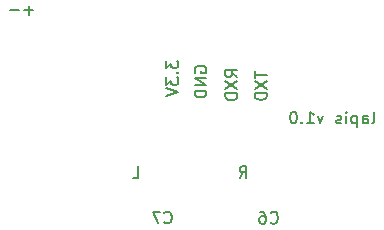
<source format=gbo>
G04 #@! TF.GenerationSoftware,KiCad,Pcbnew,(5.1.7)-1*
G04 #@! TF.CreationDate,2021-02-27T16:19:37+09:00*
G04 #@! TF.ProjectId,lapis,6c617069-732e-46b6-9963-61645f706362,rev?*
G04 #@! TF.SameCoordinates,Original*
G04 #@! TF.FileFunction,Legend,Bot*
G04 #@! TF.FilePolarity,Positive*
%FSLAX46Y46*%
G04 Gerber Fmt 4.6, Leading zero omitted, Abs format (unit mm)*
G04 Created by KiCad (PCBNEW (5.1.7)-1) date 2021-02-27 16:19:37*
%MOMM*%
%LPD*%
G01*
G04 APERTURE LIST*
%ADD10C,0.150000*%
G04 APERTURE END LIST*
D10*
X128580952Y-113071428D02*
X127819047Y-113071428D01*
X129780952Y-113071428D02*
X129019047Y-113071428D01*
X129400000Y-113452380D02*
X129400000Y-112690476D01*
X148552380Y-118238095D02*
X148552380Y-118809523D01*
X149552380Y-118523809D02*
X148552380Y-118523809D01*
X148552380Y-119047619D02*
X149552380Y-119714285D01*
X148552380Y-119714285D02*
X149552380Y-119047619D01*
X149552380Y-120095238D02*
X148552380Y-120095238D01*
X148552380Y-120333333D01*
X148600000Y-120476190D01*
X148695238Y-120571428D01*
X148790476Y-120619047D01*
X148980952Y-120666666D01*
X149123809Y-120666666D01*
X149314285Y-120619047D01*
X149409523Y-120571428D01*
X149504761Y-120476190D01*
X149552380Y-120333333D01*
X149552380Y-120095238D01*
X147052380Y-118733333D02*
X146576190Y-118400000D01*
X147052380Y-118161904D02*
X146052380Y-118161904D01*
X146052380Y-118542857D01*
X146100000Y-118638095D01*
X146147619Y-118685714D01*
X146242857Y-118733333D01*
X146385714Y-118733333D01*
X146480952Y-118685714D01*
X146528571Y-118638095D01*
X146576190Y-118542857D01*
X146576190Y-118161904D01*
X146052380Y-119066666D02*
X147052380Y-119733333D01*
X146052380Y-119733333D02*
X147052380Y-119066666D01*
X147052380Y-120114285D02*
X146052380Y-120114285D01*
X146052380Y-120352380D01*
X146100000Y-120495238D01*
X146195238Y-120590476D01*
X146290476Y-120638095D01*
X146480952Y-120685714D01*
X146623809Y-120685714D01*
X146814285Y-120638095D01*
X146909523Y-120590476D01*
X147004761Y-120495238D01*
X147052380Y-120352380D01*
X147052380Y-120114285D01*
X143500000Y-118338095D02*
X143452380Y-118242857D01*
X143452380Y-118100000D01*
X143500000Y-117957142D01*
X143595238Y-117861904D01*
X143690476Y-117814285D01*
X143880952Y-117766666D01*
X144023809Y-117766666D01*
X144214285Y-117814285D01*
X144309523Y-117861904D01*
X144404761Y-117957142D01*
X144452380Y-118100000D01*
X144452380Y-118195238D01*
X144404761Y-118338095D01*
X144357142Y-118385714D01*
X144023809Y-118385714D01*
X144023809Y-118195238D01*
X144452380Y-118814285D02*
X143452380Y-118814285D01*
X144452380Y-119385714D01*
X143452380Y-119385714D01*
X144452380Y-119861904D02*
X143452380Y-119861904D01*
X143452380Y-120100000D01*
X143500000Y-120242857D01*
X143595238Y-120338095D01*
X143690476Y-120385714D01*
X143880952Y-120433333D01*
X144023809Y-120433333D01*
X144214285Y-120385714D01*
X144309523Y-120338095D01*
X144404761Y-120242857D01*
X144452380Y-120100000D01*
X144452380Y-119861904D01*
X141052380Y-117323809D02*
X141052380Y-117942857D01*
X141433333Y-117609523D01*
X141433333Y-117752380D01*
X141480952Y-117847619D01*
X141528571Y-117895238D01*
X141623809Y-117942857D01*
X141861904Y-117942857D01*
X141957142Y-117895238D01*
X142004761Y-117847619D01*
X142052380Y-117752380D01*
X142052380Y-117466666D01*
X142004761Y-117371428D01*
X141957142Y-117323809D01*
X141957142Y-118371428D02*
X142004761Y-118419047D01*
X142052380Y-118371428D01*
X142004761Y-118323809D01*
X141957142Y-118371428D01*
X142052380Y-118371428D01*
X141052380Y-118752380D02*
X141052380Y-119371428D01*
X141433333Y-119038095D01*
X141433333Y-119180952D01*
X141480952Y-119276190D01*
X141528571Y-119323809D01*
X141623809Y-119371428D01*
X141861904Y-119371428D01*
X141957142Y-119323809D01*
X142004761Y-119276190D01*
X142052380Y-119180952D01*
X142052380Y-118895238D01*
X142004761Y-118800000D01*
X141957142Y-118752380D01*
X141052380Y-119657142D02*
X142052380Y-119990476D01*
X141052380Y-120323809D01*
X158480952Y-122652380D02*
X158576190Y-122604761D01*
X158623809Y-122509523D01*
X158623809Y-121652380D01*
X157671428Y-122652380D02*
X157671428Y-122128571D01*
X157719047Y-122033333D01*
X157814285Y-121985714D01*
X158004761Y-121985714D01*
X158100000Y-122033333D01*
X157671428Y-122604761D02*
X157766666Y-122652380D01*
X158004761Y-122652380D01*
X158100000Y-122604761D01*
X158147619Y-122509523D01*
X158147619Y-122414285D01*
X158100000Y-122319047D01*
X158004761Y-122271428D01*
X157766666Y-122271428D01*
X157671428Y-122223809D01*
X157195238Y-121985714D02*
X157195238Y-122985714D01*
X157195238Y-122033333D02*
X157100000Y-121985714D01*
X156909523Y-121985714D01*
X156814285Y-122033333D01*
X156766666Y-122080952D01*
X156719047Y-122176190D01*
X156719047Y-122461904D01*
X156766666Y-122557142D01*
X156814285Y-122604761D01*
X156909523Y-122652380D01*
X157100000Y-122652380D01*
X157195238Y-122604761D01*
X156290476Y-122652380D02*
X156290476Y-121985714D01*
X156290476Y-121652380D02*
X156338095Y-121700000D01*
X156290476Y-121747619D01*
X156242857Y-121700000D01*
X156290476Y-121652380D01*
X156290476Y-121747619D01*
X155861904Y-122604761D02*
X155766666Y-122652380D01*
X155576190Y-122652380D01*
X155480952Y-122604761D01*
X155433333Y-122509523D01*
X155433333Y-122461904D01*
X155480952Y-122366666D01*
X155576190Y-122319047D01*
X155719047Y-122319047D01*
X155814285Y-122271428D01*
X155861904Y-122176190D01*
X155861904Y-122128571D01*
X155814285Y-122033333D01*
X155719047Y-121985714D01*
X155576190Y-121985714D01*
X155480952Y-122033333D01*
X154338095Y-121985714D02*
X154100000Y-122652380D01*
X153861904Y-121985714D01*
X152957142Y-122652380D02*
X153528571Y-122652380D01*
X153242857Y-122652380D02*
X153242857Y-121652380D01*
X153338095Y-121795238D01*
X153433333Y-121890476D01*
X153528571Y-121938095D01*
X152528571Y-122557142D02*
X152480952Y-122604761D01*
X152528571Y-122652380D01*
X152576190Y-122604761D01*
X152528571Y-122557142D01*
X152528571Y-122652380D01*
X151861904Y-121652380D02*
X151766666Y-121652380D01*
X151671428Y-121700000D01*
X151623809Y-121747619D01*
X151576190Y-121842857D01*
X151528571Y-122033333D01*
X151528571Y-122271428D01*
X151576190Y-122461904D01*
X151623809Y-122557142D01*
X151671428Y-122604761D01*
X151766666Y-122652380D01*
X151861904Y-122652380D01*
X151957142Y-122604761D01*
X152004761Y-122557142D01*
X152052380Y-122461904D01*
X152100000Y-122271428D01*
X152100000Y-122033333D01*
X152052380Y-121842857D01*
X152004761Y-121747619D01*
X151957142Y-121700000D01*
X151861904Y-121652380D01*
X147250476Y-127272380D02*
X147583809Y-126796190D01*
X147821904Y-127272380D02*
X147821904Y-126272380D01*
X147440952Y-126272380D01*
X147345714Y-126320000D01*
X147298095Y-126367619D01*
X147250476Y-126462857D01*
X147250476Y-126605714D01*
X147298095Y-126700952D01*
X147345714Y-126748571D01*
X147440952Y-126796190D01*
X147821904Y-126796190D01*
X138195476Y-127242380D02*
X138671666Y-127242380D01*
X138671666Y-126242380D01*
X140886666Y-131017142D02*
X140934285Y-131064761D01*
X141077142Y-131112380D01*
X141172380Y-131112380D01*
X141315238Y-131064761D01*
X141410476Y-130969523D01*
X141458095Y-130874285D01*
X141505714Y-130683809D01*
X141505714Y-130540952D01*
X141458095Y-130350476D01*
X141410476Y-130255238D01*
X141315238Y-130160000D01*
X141172380Y-130112380D01*
X141077142Y-130112380D01*
X140934285Y-130160000D01*
X140886666Y-130207619D01*
X140553333Y-130112380D02*
X139886666Y-130112380D01*
X140315238Y-131112380D01*
X149876666Y-131037142D02*
X149924285Y-131084761D01*
X150067142Y-131132380D01*
X150162380Y-131132380D01*
X150305238Y-131084761D01*
X150400476Y-130989523D01*
X150448095Y-130894285D01*
X150495714Y-130703809D01*
X150495714Y-130560952D01*
X150448095Y-130370476D01*
X150400476Y-130275238D01*
X150305238Y-130180000D01*
X150162380Y-130132380D01*
X150067142Y-130132380D01*
X149924285Y-130180000D01*
X149876666Y-130227619D01*
X149019523Y-130132380D02*
X149210000Y-130132380D01*
X149305238Y-130180000D01*
X149352857Y-130227619D01*
X149448095Y-130370476D01*
X149495714Y-130560952D01*
X149495714Y-130941904D01*
X149448095Y-131037142D01*
X149400476Y-131084761D01*
X149305238Y-131132380D01*
X149114761Y-131132380D01*
X149019523Y-131084761D01*
X148971904Y-131037142D01*
X148924285Y-130941904D01*
X148924285Y-130703809D01*
X148971904Y-130608571D01*
X149019523Y-130560952D01*
X149114761Y-130513333D01*
X149305238Y-130513333D01*
X149400476Y-130560952D01*
X149448095Y-130608571D01*
X149495714Y-130703809D01*
M02*

</source>
